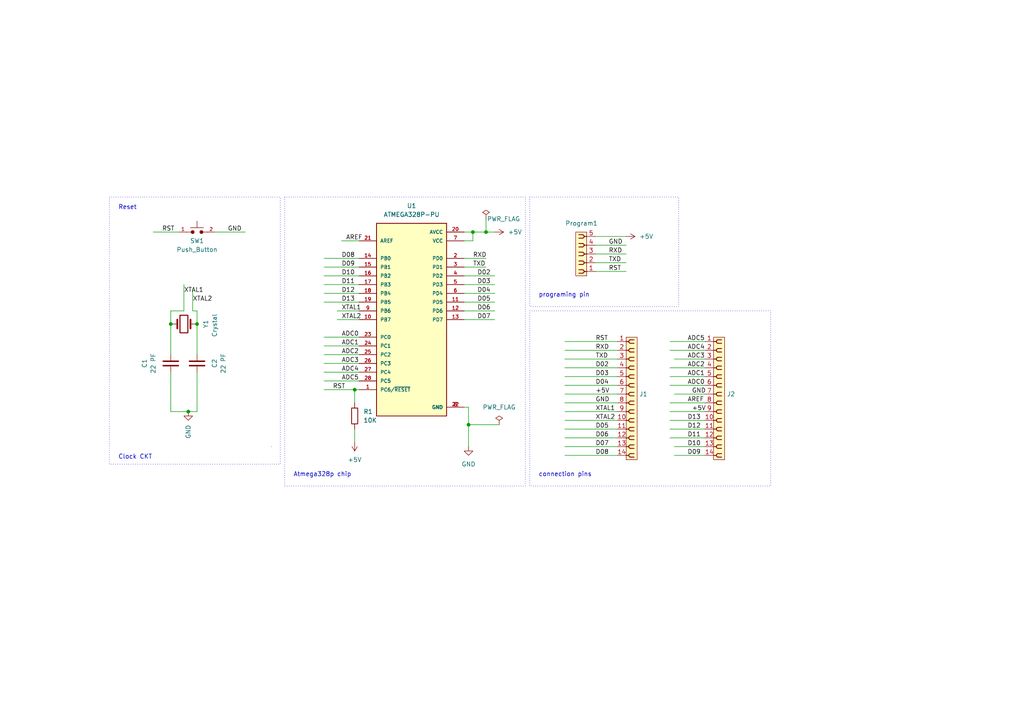
<source format=kicad_sch>
(kicad_sch (version 20230121) (generator eeschema)
  (paper "A4")
  (lib_symbols
    (symbol "ATMEGA328P-PU:ATMEGA328P-PU" (pin_names (offset 1.016))
      (property "Reference" "U" (at -10.1706 28.9861 0))
      (property "Value" "ATMEGA328P-PU" (at -10.168 -31.5207 0))
      (symbol "ATMEGA328P-PU_0_0"
        (rectangle (start -10.16 -27.94) (end 10.16 27.94) (stroke (width 0.254)) (fill (type background)))
        (pin bidirectional line (at -15.24 -20.32 0) (length 5.08) (name "PC6/~{RESET}") (number "1"))
        (pin bidirectional line (at -15.24 0 0) (length 5.08) (name "PB7") (number "10"))
        (pin bidirectional line (at 15.24 5.08 180) (length 5.08) (name "PD5") (number "11"))
        (pin bidirectional line (at 15.24 2.54 180) (length 5.08) (name "PD6") (number "12"))
        (pin bidirectional line (at 15.24 0 180) (length 5.08) (name "PD7") (number "13"))
        (pin bidirectional line (at -15.24 17.78 0) (length 5.08) (name "PB0") (number "14"))
        (pin bidirectional line (at -15.24 15.24 0) (length 5.08) (name "PB1") (number "15"))
        (pin bidirectional line (at -15.24 12.7 0) (length 5.08) (name "PB2") (number "16"))
        (pin bidirectional line (at -15.24 10.16 0) (length 5.08) (name "PB3") (number "17"))
        (pin bidirectional line (at -15.24 7.62 0) (length 5.08) (name "PB4") (number "18"))
        (pin bidirectional line (at -15.24 5.08 0) (length 5.08) (name "PB5") (number "19"))
        (pin bidirectional line (at 15.24 17.78 180) (length 5.08) (name "PD0") (number "2"))
        (pin power_in line (at 15.24 25.4 180) (length 5.08) (name "AVCC") (number "20"))
        (pin input line (at -15.24 22.86 0) (length 5.08) (name "AREF") (number "21"))
        (pin power_in line (at 15.24 -25.4 180) (length 5.08) (name "GND") (number "22"))
        (pin bidirectional line (at -15.24 -5.08 0) (length 5.08) (name "PC0") (number "23"))
        (pin bidirectional line (at -15.24 -7.62 0) (length 5.08) (name "PC1") (number "24"))
        (pin bidirectional line (at -15.24 -10.16 0) (length 5.08) (name "PC2") (number "25"))
        (pin bidirectional line (at -15.24 -12.7 0) (length 5.08) (name "PC3") (number "26"))
        (pin bidirectional line (at -15.24 -15.24 0) (length 5.08) (name "PC4") (number "27"))
        (pin bidirectional line (at -15.24 -17.78 0) (length 5.08) (name "PC5") (number "28"))
        (pin bidirectional line (at 15.24 15.24 180) (length 5.08) (name "PD1") (number "3"))
        (pin bidirectional line (at 15.24 12.7 180) (length 5.08) (name "PD2") (number "4"))
        (pin bidirectional line (at 15.24 10.16 180) (length 5.08) (name "PD3") (number "5"))
        (pin bidirectional line (at 15.24 7.62 180) (length 5.08) (name "PD4") (number "6"))
        (pin power_in line (at 15.24 22.86 180) (length 5.08) (name "VCC") (number "7"))
        (pin power_in line (at 15.24 -25.4 180) (length 5.08) (name "GND") (number "8"))
        (pin bidirectional line (at -15.24 2.54 0) (length 5.08) (name "PB6") (number "9"))
      )
    )
    (symbol "Device:Crystal" (pin_numbers hide) (pin_names (offset 1.016) hide)
      (property "Reference" "Y" (at 0 3.81 0))
      (property "Value" "Crystal" (at 0 -3.81 0))
      (symbol "Crystal_0_1"
        (rectangle (start -1.143 2.54) (end 1.143 -2.54) (stroke (width 0.3048)))
        (polyline (pts (xy -2.54 0) (xy -1.905 0)))
        (polyline (pts (xy -1.905 -1.27) (xy -1.905 1.27)) (stroke (width 0.508)))
        (polyline (pts (xy 1.905 -1.27) (xy 1.905 1.27)) (stroke (width 0.508)))
        (polyline (pts (xy 2.54 0) (xy 1.905 0)))
      )
      (symbol "Crystal_1_1"
        (pin passive line (at -3.81 0 0) (length 1.27) (name "1") (number "1"))
        (pin passive line (at 3.81 0 180) (length 1.27) (name "2") (number "2"))
      )
    )
    (symbol "PCM_4ms_Power-symbol:GND" (power) (pin_names (offset 0))
      (property "Value" "GND" (at 0 -3.81 0))
      (symbol "GND_0_1"
        (polyline (pts (xy 0 0) (xy 0 -1.27) (xy 1.27 -1.27) (xy 0 -2.54) (xy -1.27 -1.27) (xy 0 -1.27)))
      )
      (symbol "GND_1_1"
        (pin power_in line (at 0 0 270) (length 0) hide (name "GND") (number "1"))
      )
    )
    (symbol "PCM_SL_Capacitors:391_Ceramic"
      (property "Reference" "C" (at 0 6.35 0))
      (property "Value" "391_Ceramic" (at 0 3.81 0))
      (symbol "391_Ceramic_0_1"
        (rectangle (start -0.762 2.286) (end -0.508 -2.286) (fill (type outline)))
        (rectangle (start 0.508 2.286) (end 0.762 -2.286) (fill (type outline)))
      )
      (symbol "391_Ceramic_1_1"
        (pin passive line (at -2.54 0 0) (length 2) (name "~") (number "1"))
        (pin input line (at 2.54 0 180) (length 2) (name "~") (number "2"))
      )
    )
    (symbol "PCM_SL_Devices:Push_Button"
      (property "Reference" "SW" (at 0 6.35 0))
      (property "Value" "Push_Button" (at 0 4.445 0))
      (symbol "Push_Button_0_1"
        (circle (center -1.27 0) (radius 0.4579) (fill (type outline)))
        (polyline (pts (xy -3.175 0) (xy -1.778 0)))
        (polyline (pts (xy -1.905 1.27) (xy 1.905 1.27)))
        (polyline (pts (xy 0 1.27) (xy 0 3.175)))
        (polyline (pts (xy 1.778 0) (xy 3.175 0)))
        (circle (center 1.27 0) (radius 0.4579) (fill (type outline)))
      )
      (symbol "Push_Button_1_1"
        (pin passive line (at -5.08 0 0) (length 2) (name "") (number "1"))
        (pin passive line (at 5.08 0 180) (length 2) (name "") (number "2"))
      )
    )
    (symbol "PCM_SL_Devices:Resistor"
      (property "Reference" "R" (at 0 5.08 0))
      (property "Value" "Resistor" (at 0 2.54 0))
      (symbol "Resistor_0_1"
        (rectangle (start -2.286 0.889) (end 2.286 -0.889) (stroke (width 0.24)))
      )
      (symbol "Resistor_1_1"
        (pin passive line (at -3.81 0 0) (length 1.5) (name "") (number "1"))
        (pin passive line (at 3.81 0 180) (length 1.5) (name "~") (number "2"))
      )
    )
    (symbol "PCM_SL_Pin_Headers:PINHD_1x14_Female"
      (property "Reference" "J" (at 0 22.86 0))
      (property "Value" "PINHD_1x14_Female" (at 0 20.32 0))
      (symbol "PINHD_1x14_Female_0_1"
        (rectangle (start -1.27 17.78) (end 1.905 -17.78) (fill (type background)))
        (arc (start -0.508 -16.51) (mid -0.3592 -16.8692) (end 0 -17.018) (stroke (width 0.25)))
        (arc (start -0.508 -13.97) (mid -0.3592 -14.3292) (end 0 -14.478) (stroke (width 0.25)))
        (arc (start -0.508 -11.43) (mid -0.3592 -11.7892) (end 0 -11.938) (stroke (width 0.25)))
        (arc (start -0.508 -8.89) (mid -0.3592 -9.2492) (end 0 -9.398) (stroke (width 0.25)))
        (arc (start -0.508 -6.35) (mid -0.3592 -6.7092) (end 0 -6.858) (stroke (width 0.25)))
        (arc (start -0.508 -3.81) (mid -0.3592 -4.1692) (end 0 -4.318) (stroke (width 0.25)))
        (arc (start -0.508 -1.27) (mid -0.3592 -1.6292) (end 0 -1.778) (stroke (width 0.25)))
        (arc (start -0.508 1.27) (mid -0.3592 0.9108) (end 0 0.762) (stroke (width 0.25)))
        (arc (start -0.508 3.81) (mid -0.3592 3.4508) (end 0 3.302) (stroke (width 0.25)))
        (arc (start -0.508 6.35) (mid -0.3592 5.9908) (end 0 5.842) (stroke (width 0.25)))
        (arc (start -0.508 8.89) (mid -0.3592 8.5308) (end 0 8.382) (stroke (width 0.25)))
        (arc (start -0.508 11.43) (mid -0.3592 11.0708) (end 0 10.922) (stroke (width 0.25)))
        (arc (start -0.508 13.97) (mid -0.3592 13.6108) (end 0 13.462) (stroke (width 0.25)))
        (arc (start -0.508 16.51) (mid -0.3592 16.1508) (end 0 16.002) (stroke (width 0.25)))
        (arc (start 0 -16.002) (mid -0.3592 -16.1508) (end -0.508 -16.51) (stroke (width 0.25)))
        (arc (start 0 -13.462) (mid -0.3592 -13.6108) (end -0.508 -13.97) (stroke (width 0.25)))
        (arc (start 0 -10.922) (mid -0.3592 -11.0708) (end -0.508 -11.43) (stroke (width 0.25)))
        (arc (start 0 -8.382) (mid -0.3592 -8.5308) (end -0.508 -8.89) (stroke (width 0.25)))
        (arc (start 0 -5.842) (mid -0.3592 -5.9908) (end -0.508 -6.35) (stroke (width 0.25)))
        (arc (start 0 -3.302) (mid -0.3592 -3.4508) (end -0.508 -3.81) (stroke (width 0.25)))
        (arc (start 0 -0.762) (mid -0.3592 -0.9108) (end -0.508 -1.27) (stroke (width 0.25)))
        (polyline (pts (xy -1.27 -16.51) (xy -0.508 -16.51)) (stroke (width 0.25)))
        (polyline (pts (xy -1.27 -13.97) (xy -0.508 -13.97)) (stroke (width 0.25)))
        (polyline (pts (xy -1.27 -11.43) (xy -0.508 -11.43)) (stroke (width 0.25)))
        (polyline (pts (xy -1.27 -8.89) (xy -0.508 -8.89)) (stroke (width 0.25)))
        (polyline (pts (xy -1.27 -6.35) (xy -0.508 -6.35)) (stroke (width 0.25)))
        (polyline (pts (xy -1.27 -3.81) (xy -0.508 -3.81)) (stroke (width 0.25)))
        (polyline (pts (xy -1.27 -1.27) (xy -0.508 -1.27)) (stroke (width 0.25)))
        (polyline (pts (xy -1.27 1.27) (xy -0.508 1.27)) (stroke (width 0.25)))
        (polyline (pts (xy -1.27 3.81) (xy -0.508 3.81)) (stroke (width 0.25)))
        (polyline (pts (xy -1.27 6.35) (xy -0.508 6.35)) (stroke (width 0.25)))
        (polyline (pts (xy -1.27 8.89) (xy -0.508 8.89)) (stroke (width 0.25)))
        (polyline (pts (xy -1.27 11.43) (xy -0.508 11.43)) (stroke (width 0.25)))
        (polyline (pts (xy -1.27 13.97) (xy -0.508 13.97)) (stroke (width 0.25)))
        (polyline (pts (xy -1.27 16.51) (xy -0.508 16.51)) (stroke (width 0.25)))
        (polyline (pts (xy 0 -17.018) (xy 1.016 -17.018)) (stroke (width 0.25)))
        (polyline (pts (xy 0 -16.002) (xy 1.016 -16.002)) (stroke (width 0.25)))
        (polyline (pts (xy 0 -14.478) (xy 1.016 -14.478)) (stroke (width 0.25)))
        (polyline (pts (xy 0 -13.462) (xy 1.016 -13.462)) (stroke (width 0.25)))
        (polyline (pts (xy 0 -11.938) (xy 1.016 -11.938)) (stroke (width 0.25)))
        (polyline (pts (xy 0 -10.922) (xy 1.016 -10.922)) (stroke (width 0.25)))
        (polyline (pts (xy 0 -9.398) (xy 1.016 -9.398)) (stroke (width 0.25)))
        (polyline (pts (xy 0 -8.382) (xy 1.016 -8.382)) (stroke (width 0.25)))
        (polyline (pts (xy 0 -6.858) (xy 1.016 -6.858)) (stroke (width 0.25)))
        (polyline (pts (xy 0 -5.842) (xy 1.016 -5.842)) (stroke (width 0.25)))
        (polyline (pts (xy 0 -4.318) (xy 1.016 -4.318)) (stroke (width 0.25)))
        (polyline (pts (xy 0 -3.302) (xy 1.016 -3.302)) (stroke (width 0.25)))
        (polyline (pts (xy 0 -1.778) (xy 1.016 -1.778)) (stroke (width 0.25)))
        (polyline (pts (xy 0 -0.762) (xy 1.016 -0.762)) (stroke (width 0.25)))
        (polyline (pts (xy 0 0.762) (xy 1.016 0.762)) (stroke (width 0.25)))
        (polyline (pts (xy 0 1.778) (xy 1.016 1.778)) (stroke (width 0.25)))
        (polyline (pts (xy 0 3.302) (xy 1.016 3.302)) (stroke (width 0.25)))
        (polyline (pts (xy 0 4.318) (xy 1.016 4.318)) (stroke (width 0.25)))
        (polyline (pts (xy 0 5.842) (xy 1.016 5.842)) (stroke (width 0.25)))
        (polyline (pts (xy 0 6.858) (xy 1.016 6.858)) (stroke (width 0.25)))
        (polyline (pts (xy 0 8.382) (xy 1.016 8.382)) (stroke (width 0.25)))
        (polyline (pts (xy 0 9.398) (xy 1.016 9.398)) (stroke (width 0.25)))
        (polyline (pts (xy 0 10.922) (xy 1.016 10.922)) (stroke (width 0.25)))
        (polyline (pts (xy 0 11.938) (xy 1.016 11.938)) (stroke (width 0.25)))
        (polyline (pts (xy 0 13.462) (xy 1.016 13.462)) (stroke (width 0.25)))
        (polyline (pts (xy 0 14.478) (xy 1.016 14.478)) (stroke (width 0.25)))
        (polyline (pts (xy 0 16.002) (xy 1.016 16.002)) (stroke (width 0.25)))
        (polyline (pts (xy 0 17.018) (xy 1.016 17.018)) (stroke (width 0.25)))
        (arc (start 0 1.778) (mid -0.3592 1.6292) (end -0.508 1.27) (stroke (width 0.25)))
        (arc (start 0 4.318) (mid -0.3592 4.1692) (end -0.508 3.81) (stroke (width 0.25)))
        (arc (start 0 6.858) (mid -0.3592 6.7092) (end -0.508 6.35) (stroke (width 0.25)))
        (arc (start 0 9.398) (mid -0.3592 9.2492) (end -0.508 8.89) (stroke (width 0.25)))
        (arc (start 0 11.938) (mid -0.3592 11.7892) (end -0.508 11.43) (stroke (width 0.25)))
        (arc (start 0 14.478) (mid -0.3592 14.3292) (end -0.508 13.97) (stroke (width 0.25)))
        (arc (start 0 17.018) (mid -0.3592 16.8692) (end -0.508 16.51) (stroke (width 0.25)))
      )
      (symbol "PINHD_1x14_Female_1_1"
        (pin passive line (at -3.81 16.51 0) (length 2.54) (name "") (number "1"))
        (pin passive line (at -3.81 -6.35 0) (length 2.54) (name "") (number "10"))
        (pin passive line (at -3.81 -8.89 0) (length 2.54) (name "") (number "11"))
        (pin passive line (at -3.81 -11.43 0) (length 2.54) (name "") (number "12"))
        (pin passive line (at -3.81 -13.97 0) (length 2.54) (name "") (number "13"))
        (pin passive line (at -3.81 -16.51 0) (length 2.54) (name "") (number "14"))
        (pin passive line (at -3.81 13.97 0) (length 2.54) (name "") (number "2"))
        (pin passive line (at -3.81 11.43 0) (length 2.54) (name "") (number "3"))
        (pin passive line (at -3.81 8.89 0) (length 2.54) (name "") (number "4"))
        (pin passive line (at -3.81 6.35 0) (length 2.54) (name "") (number "5"))
        (pin passive line (at -3.81 3.81 0) (length 2.54) (name "") (number "6"))
        (pin passive line (at -3.81 1.27 0) (length 2.54) (name "") (number "7"))
        (pin passive line (at -3.81 -1.27 0) (length 2.54) (name "") (number "8"))
        (pin passive line (at -3.81 -3.81 0) (length 2.54) (name "") (number "9"))
      )
    )
    (symbol "PCM_SL_Pin_Headers:PINHD_1x5_Female"
      (property "Reference" "J" (at 0 11.43 0))
      (property "Value" "PINHD_1x5_Female" (at 0 8.89 0))
      (symbol "PINHD_1x5_Female_0_1"
        (rectangle (start -1.27 6.35) (end 1.905 -6.35) (fill (type background)))
        (arc (start -0.508 -5.08) (mid -0.3592 -5.4392) (end 0 -5.588) (stroke (width 0.25)))
        (arc (start -0.508 -2.54) (mid -0.3592 -2.8992) (end 0 -3.048) (stroke (width 0.25)))
        (arc (start -0.508 0) (mid -0.3592 -0.3592) (end 0 -0.508) (stroke (width 0.25)))
        (arc (start -0.508 2.54) (mid -0.3592 2.1808) (end 0 2.032) (stroke (width 0.25)))
        (arc (start -0.508 5.08) (mid -0.3592 4.7208) (end 0 4.572) (stroke (width 0.25)))
        (arc (start 0 -4.572) (mid -0.3592 -4.7208) (end -0.508 -5.08) (stroke (width 0.25)))
        (arc (start 0 -2.032) (mid -0.3592 -2.1808) (end -0.508 -2.54) (stroke (width 0.25)))
        (polyline (pts (xy -1.27 -5.08) (xy -0.508 -5.08)) (stroke (width 0.25)))
        (polyline (pts (xy -1.27 -2.54) (xy -0.508 -2.54)) (stroke (width 0.25)))
        (polyline (pts (xy -1.27 0) (xy -0.508 0)) (stroke (width 0.25)))
        (polyline (pts (xy -1.27 2.54) (xy -0.508 2.54)) (stroke (width 0.25)))
        (polyline (pts (xy -1.27 5.08) (xy -0.508 5.08)) (stroke (width 0.25)))
        (polyline (pts (xy 0 -5.588) (xy 1.016 -5.588)) (stroke (width 0.25)))
        (polyline (pts (xy 0 -4.572) (xy 1.016 -4.572)) (stroke (width 0.25)))
        (polyline (pts (xy 0 -3.048) (xy 1.016 -3.048)) (stroke (width 0.25)))
        (polyline (pts (xy 0 -2.032) (xy 1.016 -2.032)) (stroke (width 0.25)))
        (polyline (pts (xy 0 -0.508) (xy 1.016 -0.508)) (stroke (width 0.25)))
        (polyline (pts (xy 0 0.508) (xy 1.016 0.508)) (stroke (width 0.25)))
        (polyline (pts (xy 0 2.032) (xy 1.016 2.032)) (stroke (width 0.25)))
        (polyline (pts (xy 0 3.048) (xy 1.016 3.048)) (stroke (width 0.25)))
        (polyline (pts (xy 0 4.572) (xy 1.016 4.572)) (stroke (width 0.25)))
        (polyline (pts (xy 0 5.588) (xy 1.016 5.588)) (stroke (width 0.25)))
        (arc (start 0 0.508) (mid -0.3592 0.3592) (end -0.508 0) (stroke (width 0.25)))
        (arc (start 0 3.048) (mid -0.3592 2.8992) (end -0.508 2.54) (stroke (width 0.25)))
        (arc (start 0 5.588) (mid -0.3592 5.4392) (end -0.508 5.08) (stroke (width 0.25)))
      )
      (symbol "PINHD_1x5_Female_1_1"
        (pin passive line (at -3.81 5.08 0) (length 2.54) (name "") (number "1"))
        (pin passive line (at -3.81 2.54 0) (length 2.54) (name "") (number "2"))
        (pin passive line (at -3.81 0 0) (length 2.54) (name "") (number "3"))
        (pin passive line (at -3.81 -2.54 0) (length 2.54) (name "") (number "4"))
        (pin passive line (at -3.81 -5.08 0) (length 2.54) (name "") (number "5"))
      )
    )
    (symbol "power:+5V" (power) (pin_names (offset 0))
      (property "Value" "+5V" (at 0 3.556 0))
      (symbol "+5V_0_1"
        (polyline (pts (xy -0.762 1.27) (xy 0 2.54)))
        (polyline (pts (xy 0 0) (xy 0 2.54)))
        (polyline (pts (xy 0 2.54) (xy 0.762 1.27)))
      )
      (symbol "+5V_1_1"
        (pin power_in line (at 0 0 90) (length 0) hide (name "+5V") (number "1"))
      )
    )
    (symbol "power:GND" (power) (pin_names (offset 0))
      (property "Value" "GND" (at 0 -3.81 0))
      (symbol "GND_0_1"
        (polyline (pts (xy 0 0) (xy 0 -1.27) (xy 1.27 -1.27) (xy 0 -2.54) (xy -1.27 -1.27) (xy 0 -1.27)))
      )
      (symbol "GND_1_1"
        (pin power_in line (at 0 0 270) (length 0) hide (name "GND") (number "1"))
      )
    )
    (symbol "power:PWR_FLAG" (power) (pin_numbers hide) (pin_names (offset 0) hide)
      (property "Value" "PWR_FLAG" (at 0 3.81 0))
      (symbol "PWR_FLAG_0_0"
        (pin power_out line (at 0 0 90) (length 0) (name "pwr") (number "1"))
      )
      (symbol "PWR_FLAG_0_1"
        (polyline (pts (xy 0 0) (xy 0 1.27) (xy -1.016 1.905) (xy 0 2.54) (xy 1.016 1.905) (xy 0 1.27)))
      )
    )
  )
  (junction (at 54.61 119.38))
  (junction (at 135.89 123.19))
  (junction (at 137.16 67.31))
  (junction (at 49.53 93.98))
  (junction (at 57.15 93.98))
  (junction (at 102.87 113.03))
  (junction (at 140.97 67.31))
  (wire (pts (xy 163.83 121.92) (xy 179.07 121.92)))
  (wire (pts (xy 194.31 101.6) (xy 204.47 101.6)))
  (wire (pts (xy 134.62 80.01) (xy 143.51 80.01)))
  (wire (pts (xy 195.58 114.3) (xy 204.47 114.3)))
  (wire (pts (xy 134.62 90.17) (xy 143.51 90.17)))
  (wire (pts (xy 93.98 74.93) (xy 104.14 74.93)))
  (wire (pts (xy 172.72 76.2) (xy 181.61 76.2)))
  (wire (pts (xy 195.58 129.54) (xy 204.47 129.54)))
  (wire (pts (xy 134.62 69.85) (xy 137.16 69.85)))
  (wire (pts (xy 163.83 132.08) (xy 179.07 132.08)))
  (wire (pts (xy 49.53 90.17) (xy 49.53 93.98)))
  (wire (pts (xy 134.62 82.55) (xy 143.51 82.55)))
  (wire (pts (xy 57.15 107.95) (xy 57.15 119.38)))
  (wire (pts (xy 55.88 83.82) (xy 55.88 90.17)))
  (wire (pts (xy 93.98 85.09) (xy 104.14 85.09)))
  (wire (pts (xy 49.53 90.17) (xy 53.34 90.17)))
  (wire (pts (xy 93.98 80.01) (xy 104.14 80.01)))
  (wire (pts (xy 194.31 99.06) (xy 204.47 99.06)))
  (wire (pts (xy 194.31 124.46) (xy 204.47 124.46)))
  (wire (pts (xy 163.83 116.84) (xy 179.07 116.84)))
  (wire (pts (xy 140.97 67.31) (xy 143.51 67.31)))
  (wire (pts (xy 140.97 63.5) (xy 140.97 67.31)))
  (wire (pts (xy 99.06 69.85) (xy 104.14 69.85)))
  (wire (pts (xy 104.14 113.03) (xy 102.87 113.03)))
  (wire (pts (xy 44.45 67.31) (xy 52.07 67.31)))
  (wire (pts (xy 93.98 77.47) (xy 104.14 77.47)))
  (wire (pts (xy 137.16 69.85) (xy 137.16 67.31)))
  (wire (pts (xy 163.83 111.76) (xy 179.07 111.76)))
  (wire (pts (xy 134.62 92.71) (xy 143.51 92.71)))
  (wire (pts (xy 49.53 119.38) (xy 49.53 107.95)))
  (wire (pts (xy 135.89 118.11) (xy 135.89 123.19)))
  (wire (pts (xy 163.83 114.3) (xy 179.07 114.3)))
  (wire (pts (xy 137.16 67.31) (xy 140.97 67.31)))
  (wire (pts (xy 54.61 119.38) (xy 49.53 119.38)))
  (wire (pts (xy 97.79 92.71) (xy 104.14 92.71)))
  (wire (pts (xy 62.23 67.31) (xy 71.12 67.31)))
  (wire (pts (xy 194.31 116.84) (xy 204.47 116.84)))
  (wire (pts (xy 163.83 124.46) (xy 179.07 124.46)))
  (wire (pts (xy 102.87 113.03) (xy 102.87 116.84)))
  (wire (pts (xy 57.15 102.87) (xy 57.15 93.98)))
  (wire (pts (xy 93.98 97.79) (xy 104.14 97.79)))
  (wire (pts (xy 93.98 102.87) (xy 104.14 102.87)))
  (wire (pts (xy 172.72 68.58) (xy 181.61 68.58)))
  (wire (pts (xy 194.31 121.92) (xy 204.47 121.92)))
  (wire (pts (xy 172.72 71.12) (xy 181.61 71.12)))
  (wire (pts (xy 163.83 127) (xy 179.07 127)))
  (wire (pts (xy 163.83 109.22) (xy 179.07 109.22)))
  (wire (pts (xy 163.83 104.14) (xy 179.07 104.14)))
  (wire (pts (xy 134.62 118.11) (xy 135.89 118.11)))
  (wire (pts (xy 163.83 101.6) (xy 179.07 101.6)))
  (wire (pts (xy 194.31 111.76) (xy 204.47 111.76)))
  (wire (pts (xy 163.83 119.38) (xy 179.07 119.38)))
  (wire (pts (xy 93.98 110.49) (xy 104.14 110.49)))
  (wire (pts (xy 55.88 90.17) (xy 57.15 90.17)))
  (wire (pts (xy 134.62 74.93) (xy 140.97 74.93)))
  (wire (pts (xy 163.83 99.06) (xy 179.07 99.06)))
  (wire (pts (xy 194.31 119.38) (xy 204.47 119.38)))
  (wire (pts (xy 93.98 105.41) (xy 104.14 105.41)))
  (wire (pts (xy 93.98 100.33) (xy 104.14 100.33)))
  (wire (pts (xy 194.31 109.22) (xy 204.47 109.22)))
  (wire (pts (xy 194.31 127) (xy 204.47 127)))
  (wire (pts (xy 172.72 78.74) (xy 181.61 78.74)))
  (wire (pts (xy 49.53 102.87) (xy 49.53 93.98)))
  (wire (pts (xy 93.98 113.03) (xy 102.87 113.03)))
  (wire (pts (xy 102.87 124.46) (xy 102.87 128.27)))
  (wire (pts (xy 194.31 106.68) (xy 204.47 106.68)))
  (wire (pts (xy 134.62 77.47) (xy 140.97 77.47)))
  (wire (pts (xy 97.79 90.17) (xy 104.14 90.17)))
  (wire (pts (xy 134.62 67.31) (xy 137.16 67.31)))
  (wire (pts (xy 135.89 123.19) (xy 144.78 123.19)))
  (wire (pts (xy 172.72 73.66) (xy 181.61 73.66)))
  (wire (pts (xy 135.89 123.19) (xy 135.89 129.54)))
  (wire (pts (xy 195.58 132.08) (xy 204.47 132.08)))
  (wire (pts (xy 93.98 87.63) (xy 104.14 87.63)))
  (wire (pts (xy 53.34 82.55) (xy 53.34 90.17)))
  (wire (pts (xy 57.15 119.38) (xy 54.61 119.38)))
  (wire (pts (xy 93.98 107.95) (xy 104.14 107.95)))
  (wire (pts (xy 195.58 104.14) (xy 204.47 104.14)))
  (wire (pts (xy 134.62 85.09) (xy 143.51 85.09)))
  (wire (pts (xy 57.15 90.17) (xy 57.15 93.98)))
  (wire (pts (xy 163.83 129.54) (xy 179.07 129.54)))
  (wire (pts (xy 93.98 82.55) (xy 104.14 82.55)))
  (wire (pts (xy 134.62 87.63) (xy 143.51 87.63)))
  (wire (pts (xy 163.83 106.68) (xy 179.07 106.68)))
  (rectangle (start 153.67 57.15) (end 196.85 88.9) (stroke (width 0) (type dot)))
  (rectangle (start 78.74 129.54) (end 78.74 129.54))
  (rectangle (start 82.55 57.15) (end 152.4 140.97) (stroke (width 0) (type dot)))
  (rectangle (start 153.67 90.17) (end 223.52 140.97) (stroke (width 0) (type dot)))
  (rectangle (start 31.75 57.15) (end 81.28 134.62) (stroke (width 0) (type dot)))
  (text "Atmega328p chip\n" (at 85.09 138.43 0) (effects (font (size 1.27 1.27)) (justify left bottom)))
  (text "Reset\n" (at 34.29 60.96 0) (effects (font (size 1.27 1.27)) (justify left bottom)))
  (text "Clock CKT\n" (at 34.29 133.35 0) (effects (font (size 1.27 1.27)) (justify left bottom)))
  (text "connection pins\n" (at 156.21 138.43 0) (effects (font (size 1.27 1.27)) (justify left bottom)))
  (text "programing pin\n" (at 156.21 86.36 0) (effects (font (size 1.27 1.27)) (justify left bottom)))
  (label "XTAL2" (at 99.06 92.71 0))
  (label "AREF" (at 100.33 69.85 0))
  (label "XTAL2" (at 172.72 121.92 0))
  (label "D04" (at 172.72 111.76 0))
  (label "RST" (at 46.99 67.31 0))
  (label "TXD" (at 137.16 77.47 0))
  (label "TXD" (at 176.53 76.2 0))
  (label "D13" (at 99.06 87.63 0))
  (label "D06" (at 138.43 90.17 0))
  (label "RST" (at 96.52 113.03 0))
  (label "+5V" (at 200.66 119.38 0))
  (label "D04" (at 138.43 85.09 0))
  (label "D03" (at 138.43 82.55 0))
  (label "D10" (at 99.06 80.01 0))
  (label "D02" (at 172.72 106.68 0))
  (label "ADC0" (at 199.39 111.76 0))
  (label "D13" (at 199.39 121.92 0))
  (label "GND" (at 66.04 67.31 0))
  (label "XTAL1" (at 53.34 85.09 0))
  (label "ADC2" (at 199.39 106.68 0))
  (label "ADC1" (at 99.06 100.33 0))
  (label "AREF" (at 199.39 116.84 0))
  (label "ADC2" (at 99.06 102.87 0))
  (label "D08" (at 172.72 132.08 0))
  (label "+5V" (at 172.72 114.3 0))
  (label "D07" (at 138.43 92.71 0))
  (label "GND" (at 200.66 114.3 0))
  (label "ADC3" (at 199.39 104.14 0))
  (label "ADC4" (at 99.06 107.95 0))
  (label "RXD" (at 172.72 101.6 0))
  (label "D05" (at 172.72 124.46 0))
  (label "D09" (at 99.06 77.47 0))
  (label "D11" (at 199.39 127 0))
  (label "ADC5" (at 199.39 99.06 0))
  (label "D10" (at 199.39 129.54 0))
  (label "XTAL1" (at 99.06 90.17 0))
  (label "D11" (at 99.06 82.55 0))
  (label "ADC1" (at 199.39 109.22 0))
  (label "ADC3" (at 99.06 105.41 0))
  (label "TXD" (at 172.72 104.14 0))
  (label "GND" (at 172.72 116.84 0))
  (label "GND" (at 176.53 71.12 0))
  (label "ADC0" (at 99.06 97.79 0))
  (label "D06" (at 172.72 127 0))
  (label "D12" (at 99.06 85.09 0))
  (label "RST" (at 176.53 78.74 0))
  (label "XTAL2" (at 55.88 87.63 0))
  (label "D09" (at 199.39 132.08 0))
  (label "D05" (at 138.43 87.63 0))
  (label "ADC4" (at 199.39 101.6 0))
  (label "XTAL1" (at 172.72 119.38 0))
  (label "D12" (at 199.39 124.46 0))
  (label "D07" (at 172.72 129.54 0))
  (label "D08" (at 99.06 74.93 0))
  (label "D02" (at 138.43 80.01 0))
  (label "D03" (at 172.72 109.22 0))
  (label "ADC5" (at 99.06 110.49 0))
  (label "RXD" (at 137.16 74.93 0))
  (label "RST" (at 172.72 99.06 0))
  (label "RXD" (at 176.53 73.66 0))
  (symbol (lib_id "PCM_SL_Capacitors:391_Ceramic") (at 57.15 105.41 90) (unit 1)
    (property "Reference" "C2" (at 62.23 105.41 0))
    (property "Value" "22 PF" (at 64.77 105.41 0))
    (property "Footprint" "Capacitor_THT:C_Disc_D5.0mm_W2.5mm_P2.50mm" (effects hide))
  )
  (symbol (lib_id "ATMEGA328P-PU:ATMEGA328P-PU") (at 119.38 92.71 0) (unit 1)
    (property "Reference" "U1" (at 119.38 59.69 0))
    (property "Value" "ATMEGA328P-PU" (at 119.38 62.23 0))
    (property "Footprint" "ATMEGA328P-PU:DIP794W46P254L2967H457Q28B" (effects hide))
    (property "SnapEDA_Link" "https://www.snapeda.com/parts/ATMEGA328P-PU/Microchip/view-part/?ref=snap" (effects hide))
    (property "Description" "\nAVR AVR® ATmega Microcontroller IC 8-Bit 20MHz 32KB (16K x 16) FLASH 28-PDIP\n" (effects hide))
    (property "Package" "PDIP-28 Atmel" (effects hide))
    (property "Check_prices" "https://www.snapeda.com/parts/ATMEGA328P-PU/Microchip/view-part/?ref=eda" (effects hide))
    (property "MF" "Microchip" (effects hide))
    (property "MP" "ATMEGA328P-PU" (effects hide))
    (property "RS_Components_72928977_Purchase_URL" "https://www.snapeda.com/api/url_track_click/https%253A//us.rs-online.com/product/microchip-technology-inc-/atmega328p-pu/72928977/%253Futm_source%253DSnapEDA%2526utm_medium%253Dpart_sourcing%2526utm_campaign%253Dpartsourcing_SnapEDA_IMP_EX_GR/?unipart_id=44282&manufacturer=Microchip&part_name=ATMEGA328P-PU&search_term=atmega328p-pu" (effects hide))
    (property "MANUFACTURER" "Atmel" (effects hide))
  )
  (symbol (lib_id "power:+5V") (at 143.51 67.31 270) (unit 1)
    (property "Reference" "#PWR05" (effects hide))
    (property "Value" "+5V" (at 147.32 67.31 90) (effects (justify left)))
  )
  (symbol (lib_id "power:GND") (at 135.89 129.54 0) (unit 1)
    (property "Reference" "#PWR04" (effects hide))
    (property "Value" "GND" (at 135.89 134.62 0))
  )
  (symbol (lib_id "power:+5V") (at 102.87 128.27 180) (unit 1)
    (property "Reference" "#PWR03" (effects hide))
    (property "Value" "+5V" (at 102.87 133.35 0))
  )
  (symbol (lib_id "Device:Crystal") (at 53.34 93.98 180) (unit 1)
    (property "Reference" "Y1" (at 59.69 95.25 90) (effects (justify right)))
    (property "Value" "Crystal" (at 62.23 97.79 90) (effects (justify right)))
    (property "Footprint" "Crystal:Crystal_C26-LF_D2.1mm_L6.5mm_Vertical" (effects hide))
  )
  (symbol (lib_id "PCM_SL_Pin_Headers:PINHD_1x5_Female") (at 168.91 73.66 180) (unit 1)
    (property "Reference" "Program1" (at 168.655 64.77 0))
    (property "Value" "PINHD_1x5_Female" (effects hide))
    (property "Footprint" "Connector_PinSocket_2.54mm:PinSocket_1x05_P2.54mm_Horizontal" (effects hide))
  )
  (symbol (lib_id "PCM_SL_Devices:Push_Button") (at 57.15 67.31 0) (unit 1)
    (property "Reference" "SW1" (at 57.15 69.85 0))
    (property "Value" "Push_Button" (at 57.15 72.39 0))
    (property "Footprint" "Button_Switch_THT:SW_PUSH_6mm" (effects hide))
  )
  (symbol (lib_id "power:+5V") (at 181.61 68.58 270) (unit 1)
    (property "Reference" "#PWR02" (effects hide))
    (property "Value" "+5V" (at 185.42 68.58 90) (effects (justify left)))
  )
  (symbol (lib_id "PCM_SL_Pin_Headers:PINHD_1x14_Female") (at 208.28 115.57 0) (unit 1)
    (property "Reference" "J2" (at 210.82 114.3 0) (effects (justify left)))
    (property "Value" "PINHD_1x14_Female" (effects hide))
    (property "Footprint" "Connector_PinSocket_2.54mm:PinSocket_1x14_P2.54mm_Vertical" (effects hide))
  )
  (symbol (lib_id "PCM_SL_Capacitors:391_Ceramic") (at 49.53 105.41 90) (unit 1)
    (property "Reference" "C1" (at 41.91 105.41 0))
    (property "Value" "22 PF" (at 44.45 105.41 0))
    (property "Footprint" "Capacitor_THT:C_Disc_D5.0mm_W2.5mm_P2.50mm" (effects hide))
  )
  (symbol (lib_id "power:PWR_FLAG") (at 144.78 123.19 0) (unit 1)
    (property "Reference" "#FLG02" (effects hide))
    (property "Value" "PWR_FLAG" (at 144.78 118.11 0))
  )
  (symbol (lib_id "PCM_SL_Pin_Headers:PINHD_1x14_Female") (at 182.88 115.57 0) (unit 1)
    (property "Reference" "J1" (at 185.42 114.3 0) (effects (justify left)))
    (property "Value" "PINHD_1x14_Female" (effects hide))
    (property "Footprint" "Connector_PinSocket_2.54mm:PinSocket_1x14_P2.54mm_Horizontal" (effects hide))
  )
  (symbol (lib_id "PCM_4ms_Power-symbol:GND") (at 54.61 119.38 0) (unit 1)
    (property "Reference" "#PWR01" (effects hide))
    (property "Value" "GND" (at 54.61 123.19 90) (effects (justify right)))
  )
  (symbol (lib_id "PCM_SL_Devices:Resistor") (at 102.87 120.65 90) (unit 1)
    (property "Reference" "R1" (at 105.41 119.38 90) (effects (justify right)))
    (property "Value" "10K" (at 105.41 121.92 90) (effects (justify right)))
    (property "Footprint" "Resistor_THT:R_Axial_DIN0207_L6.3mm_D2.5mm_P10.16mm_Horizontal" (effects hide))
  )
  (symbol (lib_id "power:PWR_FLAG") (at 140.97 63.5 0) (unit 1)
    (property "Reference" "#FLG01" (effects hide))
    (property "Value" "PWR_FLAG" (at 146.05 63.5 0))
  )
)
</source>
